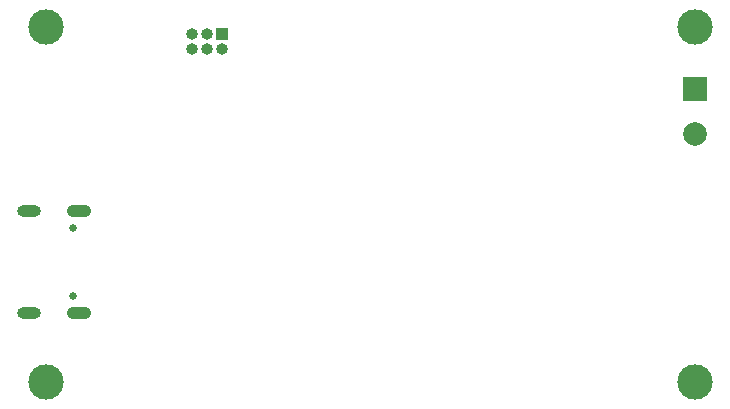
<source format=gbr>
G04 #@! TF.GenerationSoftware,KiCad,Pcbnew,(5.1.5)-3*
G04 #@! TF.CreationDate,2020-05-02T14:54:01-04:00*
G04 #@! TF.ProjectId,amp,616d702e-6b69-4636-9164-5f7063625858,0.6.0*
G04 #@! TF.SameCoordinates,Original*
G04 #@! TF.FileFunction,Soldermask,Bot*
G04 #@! TF.FilePolarity,Negative*
%FSLAX46Y46*%
G04 Gerber Fmt 4.6, Leading zero omitted, Abs format (unit mm)*
G04 Created by KiCad (PCBNEW (5.1.5)-3) date 2020-05-02 14:54:01*
%MOMM*%
%LPD*%
G04 APERTURE LIST*
%ADD10O,2.000000X1.000000*%
%ADD11O,2.100000X1.050000*%
%ADD12C,0.650000*%
%ADD13O,1.000000X1.000000*%
%ADD14R,1.000000X1.000000*%
%ADD15C,3.000000*%
%ADD16C,1.998980*%
%ADD17R,1.998980X1.998980*%
G04 APERTURE END LIST*
D10*
X56600000Y-50580000D03*
X56600000Y-59220000D03*
D11*
X60780000Y-50580000D03*
X60780000Y-59220000D03*
D12*
X60280000Y-57790000D03*
X60280000Y-52010000D03*
D13*
X70360000Y-36870000D03*
X70360000Y-35600000D03*
X71630000Y-36870000D03*
X71630000Y-35600000D03*
X72900000Y-36870000D03*
D14*
X72900000Y-35600000D03*
D15*
X113000000Y-65000000D03*
X113000000Y-35000000D03*
X58000000Y-65000000D03*
X58000000Y-35000000D03*
D16*
X113000000Y-44060000D03*
D17*
X113000000Y-40250000D03*
M02*

</source>
